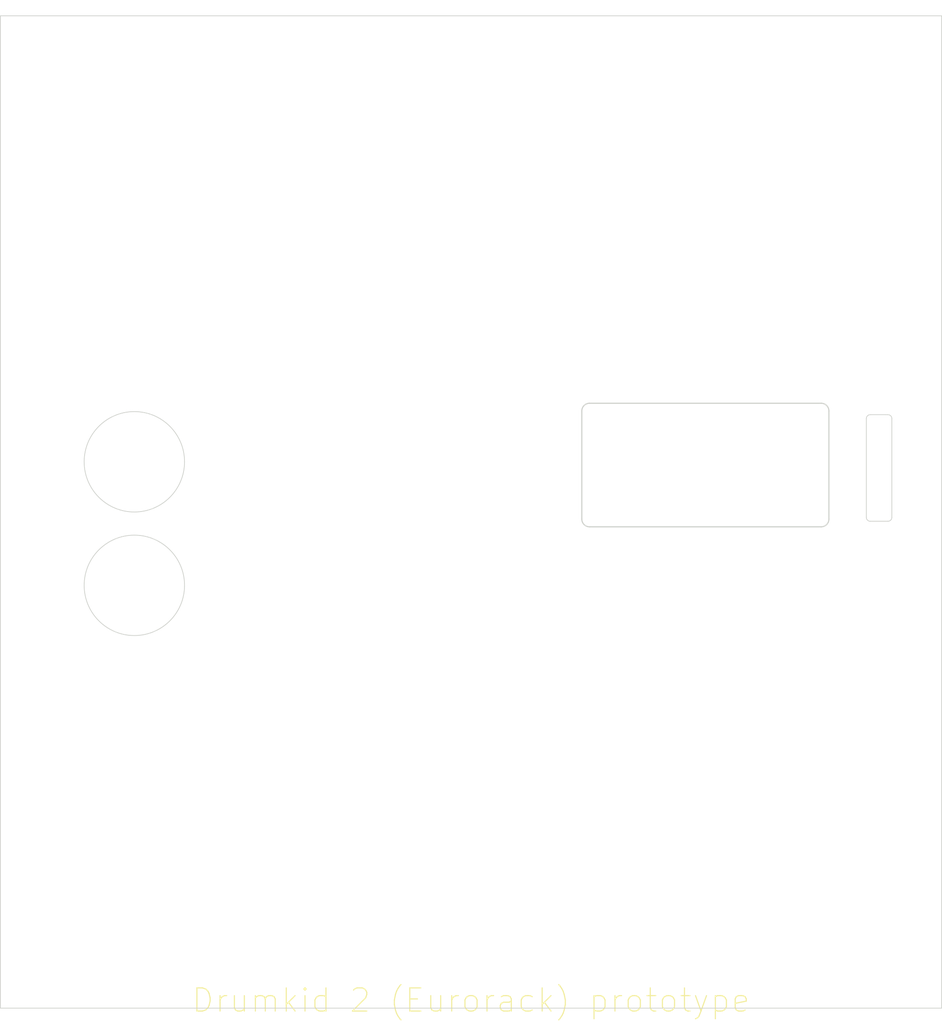
<source format=kicad_pcb>
(kicad_pcb (version 20221018) (generator pcbnew)
  (layers (0 "F.Cu" signal) (31 "B.Cu" signal) (34 "B.Paste" user) (35 "F.Paste" user) (36 "B.SilkS" user "B.Silkscreen") (37 "F.SilkS" user "F.Silkscreen") (38 "B.Mask" user) (39 "F.Mask" user) (44 "Edge.Cuts" user))
  (net 0 "")
  (footprint "Panel:MountingHole_3.2mm_M3" (layer "F.Cu") (at 133.45 147.25)
    (fp_text reference "H4")
    (fp_text value "Rail")
    (pad "" np_thru_hole circle (at 0 0) (size 3.2 3.2) (drill 3.2) (layers "*.Cu" "*.Mask"))
  )
  (footprint "Panel:MountingHole_6.4mm_M6" (layer "F.Cu") (at 94 116)
    (fp_text reference "H14")
    (fp_text value "Jack")
    (pad "" np_thru_hole circle (at 0 0) (size 6.4 6.4) (drill 6.4) (layers "*.Cu" "*.Mask"))
  )
  (footprint "Panel:MountingHole_4.3mm_M4" (layer "F.Cu") (at 115.25 99.25)
    (fp_text reference "H35")
    (fp_text value "SmallButton")
    (pad "" np_thru_hole circle (at 0 0) (size 4.3 4.3) (drill 4.3) (layers "*.Cu" "*.Mask"))
  )
  (footprint "Panel:MountingHole_6.4mm_M6" (layer "F.Cu") (at 127.5 37.5)
    (fp_text reference "H42")
    (fp_text value "Pot")
    (pad "" np_thru_hole circle (at 0 0) (size 6.4 6.4) (drill 6.4) (layers "*.Cu" "*.Mask"))
  )
  (footprint "Panel:MountingHole_6.4mm_M6" (layer "F.Cu") (at 51.5 37.5)
    (fp_text reference "H38")
    (fp_text value "Pot")
    (pad "" np_thru_hole circle (at 0 0) (size 6.4 6.4) (drill 6.4) (layers "*.Cu" "*.Mask"))
  )
  (footprint "Panel:MountingHole_6.4mm_M6" (layer "F.Cu") (at 70 116)
    (fp_text reference "H12")
    (fp_text value "Jack")
    (pad "" np_thru_hole circle (at 0 0) (size 6.4 6.4) (drill 6.4) (layers "*.Cu" "*.Mask"))
  )
  (footprint "Panel:MountingHole_6.4mm_M6" (layer "F.Cu") (at 82 132)
    (fp_text reference "H20")
    (fp_text value "Jack")
    (pad "" np_thru_hole circle (at 0 0) (size 6.4 6.4) (drill 6.4) (layers "*.Cu" "*.Mask"))
  )
  (footprint "Panel:MountingHole_6.4mm_M6" (layer "F.Cu") (at 94 132)
    (fp_text reference "H16")
    (fp_text value "Jack")
    (pad "" np_thru_hole circle (at 0 0) (size 6.4 6.4) (drill 6.4) (layers "*.Cu" "*.Mask"))
  )
  (footprint "Panel:MountingHole_4.3mm_M4" (layer "F.Cu") (at 70.25 75.25)
    (fp_text reference "H23")
    (fp_text value "SmallButton")
    (pad "" np_thru_hole circle (at 0 0) (size 4.3 4.3) (drill 4.3) (layers "*.Cu" "*.Mask"))
  )
  (footprint "Panel:MountingHole_3.2mm_M3" (layer "F.Cu") (at 136 48)
    (fp_text reference "H6")
    (fp_text value "Standoff")
    (pad "" np_thru_hole circle (at 0 0) (size 3.2 3.2) (drill 3.2) (layers "*.Cu" "*.Mask"))
  )
  (footprint "Panel:MountingHole_6.4mm_M6" (layer "F.Cu") (at 58 132)
    (fp_text reference "H18")
    (fp_text value "Jack")
    (pad "" np_thru_hole circle (at 0 0) (size 6.4 6.4) (drill 6.4) (layers "*.Cu" "*.Mask"))
  )
  (footprint "Panel:MountingHole_6.4mm_M6" (layer "F.Cu") (at 70.5 37.5)
    (fp_text reference "H39")
    (fp_text value "Pot")
    (pad "" np_thru_hole circle (at 0 0) (size 6.4 6.4) (drill 6.4) (layers "*.Cu" "*.Mask"))
  )
  (footprint "Panel:MountingHole_3.2mm_M3" (layer "F.Cu") (at 108.25 126.1)
    (fp_text reference "H51")
    (fp_text value "LED")
    (pad "" np_thru_hole circle (at 0 0) (size 3.2 3.2) (drill 3.2) (layers "*.Cu" "*.Mask"))
  )
  (footprint "Panel:MountingHole_3.2mm_M3" (layer "F.Cu") (at 108.25 115)
    (fp_text reference "H49")
    (fp_text value "LED")
    (pad "" np_thru_hole circle (at 0 0) (size 3.2 3.2) (drill 3.2) (layers "*.Cu" "*.Mask"))
  )
  (footprint "Panel:MountingHole_6.4mm_M6" (layer "F.Cu") (at 34 116)
    (fp_text reference "H9")
    (fp_text value "Jack")
    (pad "" np_thru_hole circle (at 0 0) (size 6.4 6.4) (drill 6.4) (layers "*.Cu" "*.Mask"))
  )
  (footprint "Panel:MountingHole_6.4mm_M6" (layer "F.Cu") (at 46 132)
    (fp_text reference "H17")
    (fp_text value "Jack")
    (pad "" np_thru_hole circle (at 0 0) (size 6.4 6.4) (drill 6.4) (layers "*.Cu" "*.Mask"))
  )
  (footprint "Panel:MountingHole_6.4mm_M6" (layer "F.Cu") (at 32.5 57.5)
    (fp_text reference "H43")
    (fp_text value "Pot")
    (pad "" np_thru_hole circle (at 0 0) (size 6.4 6.4) (drill 6.4) (layers "*.Cu" "*.Mask"))
  )
  (footprint "Panel:MountingHole_6.4mm_M6" (layer "F.Cu") (at 51.5 57.5)
    (fp_text reference "H44")
    (fp_text value "Pot")
    (pad "" np_thru_hole circle (at 0 0) (size 6.4 6.4) (drill 6.4) (layers "*.Cu" "*.Mask"))
  )
  (footprint "Panel:MountingHole_3.2mm_M3" (layer "F.Cu") (at 26.55 147.25)
    (fp_text reference "H3")
    (fp_text value "Rail")
    (pad "" np_thru_hole circle (at 0 0) (size 3.2 3.2) (drill 3.2) (layers "*.Cu" "*.Mask"))
  )
  (footprint "Panel:MountingHole_6.4mm_M6" (layer "F.Cu") (at 58 116)
    (fp_text reference "H11")
    (fp_text value "Jack")
    (pad "" np_thru_hole circle (at 0 0) (size 6.4 6.4) (drill 6.4) (layers "*.Cu" "*.Mask"))
  )
  (footprint "Panel:MountingHole_4.3mm_M4" (layer "F.Cu") (at 95.25 99.25)
    (fp_text reference "H33")
    (fp_text value "SmallButton")
    (pad "" np_thru_hole circle (at 0 0) (size 4.3 4.3) (drill 4.3) (layers "*.Cu" "*.Mask"))
  )
  (footprint "Panel:MountingHole_6.4mm_M6" (layer "F.Cu") (at 70 132)
    (fp_text reference "H19")
    (fp_text value "Jack")
    (pad "" np_thru_hole circle (at 0 0) (size 6.4 6.4) (drill 6.4) (layers "*.Cu" "*.Mask"))
  )
  (footprint "Panel:MountingHole_4.3mm_M4" (layer "F.Cu") (at 70.25 99.25)
    (fp_text reference "H31")
    (fp_text value "SmallButton")
    (pad "" np_thru_hole circle (at 0 0) (size 4.3 4.3) (drill 4.3) (layers "*.Cu" "*.Mask"))
  )
  (footprint "Panel:MountingHole_3.2mm_M3" (layer "F.Cu") (at 24 48)
    (fp_text reference "H5")
    (fp_text value "Standoff")
    (pad "" np_thru_hole circle (at 0 0) (size 3.2 3.2) (drill 3.2) (layers "*.Cu" "*.Mask"))
  )
  (footprint "Panel:MountingHole_6.4mm_M6" (layer "F.Cu") (at 34 132)
    (fp_text reference "H15")
    (fp_text value "Jack")
    (pad "" np_thru_hole circle (at 0 0) (size 6.4 6.4) (drill 6.4) (layers "*.Cu" "*.Mask"))
  )
  (footprint "Panel:MountingHole_4.3mm_M4" (layer "F.Cu") (at 80.25 75.25)
    (fp_text reference "H24")
    (fp_text value "SmallButton")
    (pad "" np_thru_hole circle (at 0 0) (size 4.3 4.3) (drill 4.3) (layers "*.Cu" "*.Mask"))
  )
  (footprint "Panel:MountingHole_6.4mm_M6" (layer "F.Cu") (at 70.5 57.5)
    (fp_text reference "H45")
    (fp_text value "Pot")
    (pad "" np_thru_hole circle (at 0 0) (size 6.4 6.4) (drill 6.4) (layers "*.Cu" "*.Mask"))
  )
  (footprint "Panel:MountingHole_6.4mm_M6" (layer "F.Cu") (at 32.5 37.5)
    (fp_text reference "H37")
    (fp_text value "Pot")
    (pad "" np_thru_hole circle (at 0 0) (size 6.4 6.4) (drill 6.4) (layers "*.Cu" "*.Mask"))
  )
  (footprint "Panel:MountingHole_3.2mm_M3" (layer "F.Cu") (at 24 120)
    (fp_text reference "H7")
    (fp_text value "Standoff")
    (pad "" np_thru_hole circle (at 0 0) (size 3.2 3.2) (drill 3.2) (layers "*.Cu" "*.Mask"))
  )
  (footprint "Panel:MountingHole_4.3mm_M4" (layer "F.Cu") (at 105.25 99.25)
    (fp_text reference "H34")
    (fp_text value "SmallButton")
    (pad "" np_thru_hole circle (at 0 0) (size 4.3 4.3) (drill 4.3) (layers "*.Cu" "*.Mask"))
  )
  (footprint "Panel:MountingHole_4.3mm_M4" (layer "F.Cu") (at 80.25 87.25)
    (fp_text reference "H28")
    (fp_text value "SmallButton")
    (pad "" np_thru_hole circle (at 0 0) (size 4.3 4.3) (drill 4.3) (layers "*.Cu" "*.Mask"))
  )
  (footprint "Panel:MountingHole_3.2mm_M3" (layer "F.Cu") (at 133.45 24.75)
    (fp_text reference "H2")
    (fp_text value "Rail")
    (pad "" np_thru_hole circle (at 0 0) (size 3.2 3.2) (drill 3.2) (layers "*.Cu" "*.Mask"))
  )
  (footprint "Panel:MountingHole_6.4mm_M6" (layer "F.Cu") (at 127.5 57.5)
    (fp_text reference "H48")
    (fp_text value "Pot")
    (pad "" np_thru_hole circle (at 0 0) (size 6.4 6.4) (drill 6.4) (layers "*.Cu" "*.Mask"))
  )
  (footprint "Panel:MountingHole_4.3mm_M4" (layer "F.Cu") (at 70.25 87.25)
    (fp_text reference "H27")
    (fp_text value "SmallButton")
    (pad "" np_thru_hole circle (at 0 0) (size 4.3 4.3) (drill 4.3) (layers "*.Cu" "*.Mask"))
  )
  (footprint "Panel:MountingHole_6.4mm_M6" (layer "F.Cu") (at 89.5 37.5)
    (fp_text reference "H40")
    (fp_text value "Pot")
    (pad "" np_thru_hole circle (at 0 0) (size 6.4 6.4) (drill 6.4) (layers "*.Cu" "*.Mask"))
  )
  (footprint "Panel:MountingHole_6.4mm_M6" (layer "F.Cu") (at 108.5 57.5)
    (fp_text reference "H47")
    (fp_text value "Pot")
    (pad "" np_thru_hole circle (at 0 0) (size 6.4 6.4) (drill 6.4) (layers "*.Cu" "*.Mask"))
  )
  (footprint "Panel:MountingHole_4.3mm_M4" (layer "F.Cu") (at 50.25 87.25)
    (fp_text reference "H25")
    (fp_text value "SmallButton")
    (pad "" np_thru_hole circle (at 0 0) (size 4.3 4.3) (drill 4.3) (layers "*.Cu" "*.Mask"))
  )
  (footprint "Panel:MountingHole_3.2mm_M3" (layer "F.Cu") (at 108.25 120.55)
    (fp_text reference "H50")
    (fp_text value "LED")
    (pad "" np_thru_hole circle (at 0 0) (size 3.2 3.2) (drill 3.2) (layers "*.Cu" "*.Mask"))
  )
  (footprint "Panel:MountingHole_3.2mm_M3" (layer "F.Cu") (at 136 120)
    (fp_text reference "H8")
    (fp_text value "Standoff")
    (pad "" np_thru_hole circle (at 0 0) (size 3.2 3.2) (drill 3.2) (layers "*.Cu" "*.Mask"))
  )
  (footprint "Panel:MountingHole_6.4mm_M6" (layer "F.Cu") (at 46 116)
    (fp_text reference "H10")
    (fp_text value "Jack")
    (pad "" np_thru_hole circle (at 0 0) (size 6.4 6.4) (drill 6.4) (layers "*.Cu" "*.Mask"))
  )
  (footprint "Panel:MountingHole_4.3mm_M4" (layer "F.Cu") (at 80.25 99.25)
    (fp_text reference "H32")
    (fp_text value "SmallButton")
    (pad "" np_thru_hole circle (at 0 0) (size 4.3 4.3) (drill 4.3) (layers "*.Cu" "*.Mask"))
  )
  (footprint "Panel:MountingHole_4.3mm_M4" (layer "F.Cu") (at 60.25 87.25)
    (fp_text reference "H26")
    (fp_text value "SmallButton")
    (pad "" np_thru_hole circle (at 0 0) (size 4.3 4.3) (drill 4.3) (layers "*.Cu" "*.Mask"))
  )
  (footprint "Panel:MountingHole_6.4mm_M6" (layer "F.Cu") (at 82 116)
    (fp_text reference "H13")
    (fp_text value "Jack")
    (pad "" np_thru_hole circle (at 0 0) (size 6.4 6.4) (drill 6.4) (layers "*.Cu" "*.Mask"))
  )
  (footprint "Panel:MountingHole_4.3mm_M4" (layer "F.Cu") (at 50.25 75.25)
    (fp_text reference "H21")
    (fp_text value "SmallButton")
    (pad "" np_thru_hole circle (at 0 0) (size 4.3 4.3) (drill 4.3) (layers "*.Cu" "*.Mask"))
  )
  (footprint "Panel:MountingHole_4.3mm_M4" (layer "F.Cu") (at 60.25 99.25)
    (fp_text reference "H30")
    (fp_text value "SmallButton")
    (pad "" np_thru_hole circle (at 0 0) (size 4.3 4.3) (drill 4.3) (layers "*.Cu" "*.Mask"))
  )
  (footprint "Panel:MountingHole_3.2mm_M3" (layer "F.Cu") (at 26.55 24.75)
    (fp_text reference "H1")
    (fp_text value "Rail")
    (pad "" np_thru_hole circle (at 0 0) (size 3.2 3.2) (drill 3.2) (layers "*.Cu" "*.Mask"))
  )
  (footprint "Panel:MountingHole_4.3mm_M4" (layer "F.Cu") (at 60.25 75.25)
    (fp_text reference "H22")
    (fp_text value "SmallButton")
    (pad "" np_thru_hole circle (at 0 0) (size 4.3 4.3) (drill 4.3) (layers "*.Cu" "*.Mask"))
  )
  (footprint "Panel:MountingHole_3.2mm_M3" (layer "F.Cu") (at 108.25 131.65)
    (fp_text reference "H52")
    (fp_text value "LED")
    (pad "" np_thru_hole circle (at 0 0) (size 3.2 3.2) (drill 3.2) (layers "*.Cu" "*.Mask"))
  )
  (footprint "Panel:MountingHole_4.3mm_M4" (layer "F.Cu") (at 125.25 99.25)
    (fp_text reference "H36")
    (fp_text value "SmallButton")
    (pad "" np_thru_hole circle (at 0 0) (size 4.3 4.3) (drill 4.3) (layers "*.Cu" "*.Mask"))
  )
  (footprint "Panel:MountingHole_6.4mm_M6" (layer "F.Cu") (at 89.5 57.5)
    (fp_text reference "H46")
    (fp_text value "Pot")
    (pad "" np_thru_hole circle (at 0 0) (size 6.4 6.4) (drill 6.4) (layers "*.Cu" "*.Mask"))
  )
  (footprint "Panel:MountingHole_6.4mm_M6" (layer "F.Cu") (at 108.5 37.5)
    (fp_text reference "H41")
    (fp_text value "Pot")
    (pad "" np_thru_hole circle (at 0 0) (size 6.4 6.4) (drill 6.4) (layers "*.Cu" "*.Mask"))
  )
  (footprint "Panel:MountingHole_4.3mm_M4" (layer "F.Cu") (at 50.25 99.25)
    (fp_text reference "H29")
    (fp_text value "SmallButton")
    (pad "" np_thru_hole circle (at 0 0) (size 4.3 4.3) (drill 4.3) (layers "*.Cu" "*.Mask"))
  )
  (gr_line (start 94.35 86.919998) (end 94.35 72.919998) (stroke (width 0.15)) (layer "Edge.Cuts"))
  (gr_arc (start 134.5 86.7) (mid 134.353553 87.053553) (end 134 87.2) (stroke (width 0.1)) (layer "Edge.Cuts"))
  (gr_arc (start 131.2 73.9) (mid 131.346447 73.546447) (end 131.7 73.4) (stroke (width 0.1)) (layer "Edge.Cuts"))
  (gr_line (start 125.35 87.919998) (end 95.35 87.919998) (stroke (width 0.15)) (layer "Edge.Cuts"))
  (gr_line (start 134.5 73.9) (end 134.5 86.7) (stroke (width 0.1)) (layer "Edge.Cuts"))
  (gr_arc (start 95.35 87.919998) (mid 94.642894 87.627105) (end 94.35 86.919998) (stroke (width 0.15)) (layer "Edge.Cuts"))
  (gr_circle (center 36.4 79.5) (end 42.9 79.5) (stroke (width 0.1)) (fill none) (layer "Edge.Cuts"))
  (gr_line (start 131.7 73.4) (end 134 73.4) (stroke (width 0.1)) (layer "Edge.Cuts"))
  (gr_line (start 126.35 72.919998) (end 126.35 86.919998) (stroke (width 0.15)) (layer "Edge.Cuts"))
  (gr_arc (start 126.35 86.919998) (mid 126.057107 87.627104) (end 125.35 87.919998) (stroke (width 0.15)) (layer "Edge.Cuts"))
  (gr_arc (start 125.35 71.919998) (mid 126.057106 72.212891) (end 126.35 72.919998) (stroke (width 0.15)) (layer "Edge.Cuts"))
  (gr_line (start 95.35 71.919998) (end 125.35 71.919998) (stroke (width 0.15)) (layer "Edge.Cuts"))
  (gr_arc (start 134 73.4) (mid 134.353553 73.546447) (end 134.5 73.9) (stroke (width 0.1)) (layer "Edge.Cuts"))
  (gr_line (start 131.2 86.7) (end 131.2 73.9) (stroke (width 0.1)) (layer "Edge.Cuts"))
  (gr_line (start 134 87.2) (end 131.7 87.2) (stroke (width 0.1)) (layer "Edge.Cuts"))
  (gr_arc (start 94.35 72.919998) (mid 94.642893 72.212892) (end 95.35 71.919998) (stroke (width 0.15)) (layer "Edge.Cuts"))
  (gr_rect (start 19.05 21.75) (end 140.95 150.25) (stroke (width 0.1)) (fill none) (layer "Edge.Cuts"))
  (gr_arc (start 131.7 87.2) (mid 131.346447 87.053553) (end 131.2 86.7) (stroke (width 0.1)) (layer "Edge.Cuts"))
  (gr_circle (center 36.4 95.5) (end 42.9 95.5) (stroke (width 0.1)) (fill none) (layer "Edge.Cuts"))
  (gr_text "Drumkid 2 (Eurorack) prototype" (at 80 151) (layer "F.SilkS") (effects (font (size 3 3)) (justify bottom)))
)
</source>
